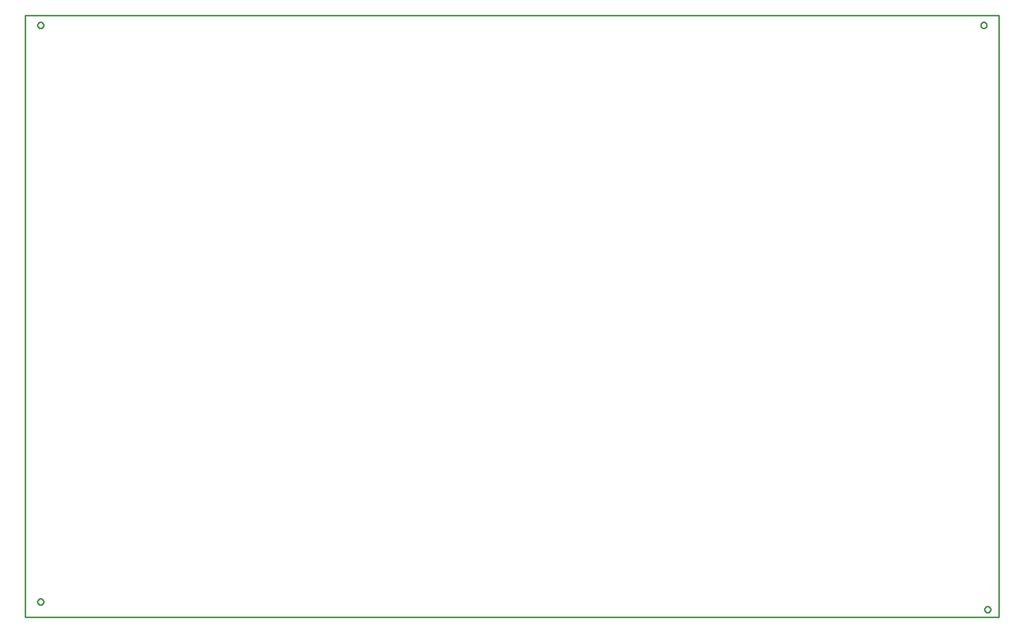
<source format=gbr>
G04 EAGLE Gerber RS-274X export*
G75*
%MOMM*%
%FSLAX34Y34*%
%LPD*%
%IN*%
%IPPOS*%
%AMOC8*
5,1,8,0,0,1.08239X$1,22.5*%
G01*
%ADD10C,0.254000*%


D10*
X0Y0D02*
X1606350Y0D01*
X1606350Y993650D01*
X0Y993650D01*
X0Y0D01*
X30400Y977619D02*
X30337Y977061D01*
X30212Y976514D01*
X30027Y975984D01*
X29783Y975478D01*
X29484Y975002D01*
X29134Y974563D01*
X28737Y974166D01*
X28298Y973816D01*
X27822Y973517D01*
X27316Y973273D01*
X26786Y973088D01*
X26239Y972963D01*
X25681Y972900D01*
X25119Y972900D01*
X24561Y972963D01*
X24014Y973088D01*
X23484Y973273D01*
X22978Y973517D01*
X22502Y973816D01*
X22063Y974166D01*
X21666Y974563D01*
X21316Y975002D01*
X21017Y975478D01*
X20773Y975984D01*
X20588Y976514D01*
X20463Y977061D01*
X20400Y977619D01*
X20400Y978181D01*
X20463Y978739D01*
X20588Y979286D01*
X20773Y979816D01*
X21017Y980322D01*
X21316Y980798D01*
X21666Y981237D01*
X22063Y981634D01*
X22502Y981984D01*
X22978Y982283D01*
X23484Y982527D01*
X24014Y982712D01*
X24561Y982837D01*
X25119Y982900D01*
X25681Y982900D01*
X26239Y982837D01*
X26786Y982712D01*
X27316Y982527D01*
X27822Y982283D01*
X28298Y981984D01*
X28737Y981634D01*
X29134Y981237D01*
X29484Y980798D01*
X29783Y980322D01*
X30027Y979816D01*
X30212Y979286D01*
X30337Y978739D01*
X30400Y978181D01*
X30400Y977619D01*
X30400Y25119D02*
X30337Y24561D01*
X30212Y24014D01*
X30027Y23484D01*
X29783Y22978D01*
X29484Y22502D01*
X29134Y22063D01*
X28737Y21666D01*
X28298Y21316D01*
X27822Y21017D01*
X27316Y20773D01*
X26786Y20588D01*
X26239Y20463D01*
X25681Y20400D01*
X25119Y20400D01*
X24561Y20463D01*
X24014Y20588D01*
X23484Y20773D01*
X22978Y21017D01*
X22502Y21316D01*
X22063Y21666D01*
X21666Y22063D01*
X21316Y22502D01*
X21017Y22978D01*
X20773Y23484D01*
X20588Y24014D01*
X20463Y24561D01*
X20400Y25119D01*
X20400Y25681D01*
X20463Y26239D01*
X20588Y26786D01*
X20773Y27316D01*
X21017Y27822D01*
X21316Y28298D01*
X21666Y28737D01*
X22063Y29134D01*
X22502Y29484D01*
X22978Y29783D01*
X23484Y30027D01*
X24014Y30212D01*
X24561Y30337D01*
X25119Y30400D01*
X25681Y30400D01*
X26239Y30337D01*
X26786Y30212D01*
X27316Y30027D01*
X27822Y29783D01*
X28298Y29484D01*
X28737Y29134D01*
X29134Y28737D01*
X29484Y28298D01*
X29783Y27822D01*
X30027Y27316D01*
X30212Y26786D01*
X30337Y26239D01*
X30400Y25681D01*
X30400Y25119D01*
X1592500Y12419D02*
X1592437Y11861D01*
X1592312Y11314D01*
X1592127Y10784D01*
X1591883Y10278D01*
X1591584Y9802D01*
X1591234Y9363D01*
X1590837Y8966D01*
X1590398Y8616D01*
X1589922Y8317D01*
X1589416Y8073D01*
X1588886Y7888D01*
X1588339Y7763D01*
X1587781Y7700D01*
X1587219Y7700D01*
X1586661Y7763D01*
X1586114Y7888D01*
X1585584Y8073D01*
X1585078Y8317D01*
X1584602Y8616D01*
X1584163Y8966D01*
X1583766Y9363D01*
X1583416Y9802D01*
X1583117Y10278D01*
X1582873Y10784D01*
X1582688Y11314D01*
X1582563Y11861D01*
X1582500Y12419D01*
X1582500Y12981D01*
X1582563Y13539D01*
X1582688Y14086D01*
X1582873Y14616D01*
X1583117Y15122D01*
X1583416Y15598D01*
X1583766Y16037D01*
X1584163Y16434D01*
X1584602Y16784D01*
X1585078Y17083D01*
X1585584Y17327D01*
X1586114Y17512D01*
X1586661Y17637D01*
X1587219Y17700D01*
X1587781Y17700D01*
X1588339Y17637D01*
X1588886Y17512D01*
X1589416Y17327D01*
X1589922Y17083D01*
X1590398Y16784D01*
X1590837Y16434D01*
X1591234Y16037D01*
X1591584Y15598D01*
X1591883Y15122D01*
X1592127Y14616D01*
X1592312Y14086D01*
X1592437Y13539D01*
X1592500Y12981D01*
X1592500Y12419D01*
X1586150Y977619D02*
X1586087Y977061D01*
X1585962Y976514D01*
X1585777Y975984D01*
X1585533Y975478D01*
X1585234Y975002D01*
X1584884Y974563D01*
X1584487Y974166D01*
X1584048Y973816D01*
X1583572Y973517D01*
X1583066Y973273D01*
X1582536Y973088D01*
X1581989Y972963D01*
X1581431Y972900D01*
X1580869Y972900D01*
X1580311Y972963D01*
X1579764Y973088D01*
X1579234Y973273D01*
X1578728Y973517D01*
X1578252Y973816D01*
X1577813Y974166D01*
X1577416Y974563D01*
X1577066Y975002D01*
X1576767Y975478D01*
X1576523Y975984D01*
X1576338Y976514D01*
X1576213Y977061D01*
X1576150Y977619D01*
X1576150Y978181D01*
X1576213Y978739D01*
X1576338Y979286D01*
X1576523Y979816D01*
X1576767Y980322D01*
X1577066Y980798D01*
X1577416Y981237D01*
X1577813Y981634D01*
X1578252Y981984D01*
X1578728Y982283D01*
X1579234Y982527D01*
X1579764Y982712D01*
X1580311Y982837D01*
X1580869Y982900D01*
X1581431Y982900D01*
X1581989Y982837D01*
X1582536Y982712D01*
X1583066Y982527D01*
X1583572Y982283D01*
X1584048Y981984D01*
X1584487Y981634D01*
X1584884Y981237D01*
X1585234Y980798D01*
X1585533Y980322D01*
X1585777Y979816D01*
X1585962Y979286D01*
X1586087Y978739D01*
X1586150Y978181D01*
X1586150Y977619D01*
M02*

</source>
